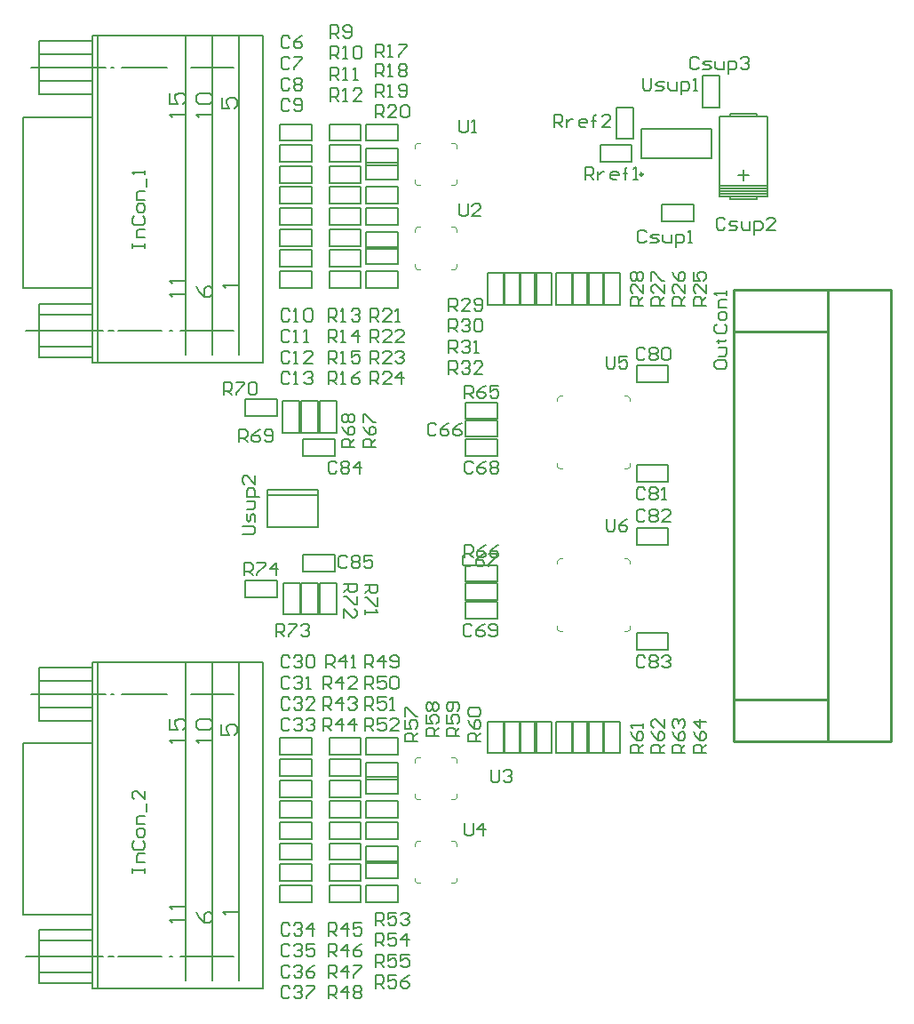
<source format=gto>
%FSAX43Y43*%
%MOMM*%
G71*
G01*
G75*
G04 Layer_Color=65535*
%ADD10C,0.200*%
G04:AMPARAMS|DCode=11|XSize=0.8mm|YSize=1mm|CornerRadius=0.08mm|HoleSize=0mm|Usage=FLASHONLY|Rotation=180.000|XOffset=0mm|YOffset=0mm|HoleType=Round|Shape=RoundedRectangle|*
%AMROUNDEDRECTD11*
21,1,0.800,0.840,0,0,180.0*
21,1,0.640,1.000,0,0,180.0*
1,1,0.160,-0.320,0.420*
1,1,0.160,0.320,0.420*
1,1,0.160,0.320,-0.420*
1,1,0.160,-0.320,-0.420*
%
%ADD11ROUNDEDRECTD11*%
%ADD12R,3.048X3.048*%
G04:AMPARAMS|DCode=13|XSize=0.8mm|YSize=1mm|CornerRadius=0.08mm|HoleSize=0mm|Usage=FLASHONLY|Rotation=270.000|XOffset=0mm|YOffset=0mm|HoleType=Round|Shape=RoundedRectangle|*
%AMROUNDEDRECTD13*
21,1,0.800,0.840,0,0,270.0*
21,1,0.640,1.000,0,0,270.0*
1,1,0.160,-0.420,-0.320*
1,1,0.160,-0.420,0.320*
1,1,0.160,0.420,0.320*
1,1,0.160,0.420,-0.320*
%
%ADD13ROUNDEDRECTD13*%
%ADD14R,3.300X2.400*%
%ADD15R,1.000X2.400*%
%ADD16R,5.500X5.500*%
%ADD17R,0.250X0.750*%
%ADD18O,0.250X0.750*%
%ADD19O,0.750X0.250*%
%ADD20R,2.340X2.340*%
%ADD21R,0.900X0.250*%
%ADD22O,0.900X0.250*%
%ADD23O,0.250X0.900*%
%ADD24O,0.762X1.270*%
%ADD25R,0.762X1.270*%
%ADD26C,0.500*%
%ADD27C,0.400*%
%ADD28C,0.175*%
%ADD29C,1.700*%
%ADD30C,4.000*%
%ADD31C,1.524*%
%ADD32C,3.000*%
%ADD33C,0.700*%
%ADD34C,1.500*%
%ADD35C,1.300*%
%ADD36C,0.600*%
%ADD37C,0.800*%
G04:AMPARAMS|DCode=38|XSize=0.8mm|YSize=1mm|CornerRadius=0.08mm|HoleSize=0mm|Usage=FLASHONLY|Rotation=225.000|XOffset=0mm|YOffset=0mm|HoleType=Round|Shape=RoundedRectangle|*
%AMROUNDEDRECTD38*
21,1,0.800,0.840,0,0,225.0*
21,1,0.640,1.000,0,0,225.0*
1,1,0.160,-0.523,0.071*
1,1,0.160,-0.071,0.523*
1,1,0.160,0.523,-0.071*
1,1,0.160,0.071,-0.523*
%
%ADD38ROUNDEDRECTD38*%
G04:AMPARAMS|DCode=39|XSize=1mm|YSize=2mm|CornerRadius=0.1mm|HoleSize=0mm|Usage=FLASHONLY|Rotation=270.000|XOffset=0mm|YOffset=0mm|HoleType=Round|Shape=RoundedRectangle|*
%AMROUNDEDRECTD39*
21,1,1.000,1.800,0,0,270.0*
21,1,0.800,2.000,0,0,270.0*
1,1,0.200,-0.900,-0.400*
1,1,0.200,-0.900,0.400*
1,1,0.200,0.900,0.400*
1,1,0.200,0.900,-0.400*
%
%ADD39ROUNDEDRECTD39*%
G04:AMPARAMS|DCode=40|XSize=1mm|YSize=2mm|CornerRadius=0.1mm|HoleSize=0mm|Usage=FLASHONLY|Rotation=0.000|XOffset=0mm|YOffset=0mm|HoleType=Round|Shape=RoundedRectangle|*
%AMROUNDEDRECTD40*
21,1,1.000,1.800,0,0,0.0*
21,1,0.800,2.000,0,0,0.0*
1,1,0.200,0.400,-0.900*
1,1,0.200,-0.400,-0.900*
1,1,0.200,-0.400,0.900*
1,1,0.200,0.400,0.900*
%
%ADD40ROUNDEDRECTD40*%
%ADD41C,0.250*%
%ADD42C,0.203*%
%ADD43C,0.100*%
%ADD44C,0.254*%
G54D10*
X0060600Y0082000D02*
Y0083600D01*
Y0082000D02*
X0063600D01*
Y0083600D01*
X0060600D02*
X0063600D01*
X0043200Y0080600D02*
Y0083600D01*
X0044800D01*
Y0080600D02*
Y0083600D01*
X0043200Y0080600D02*
X0044800D01*
X0039600Y0082200D02*
X0042600D01*
X0039600D02*
Y0083800D01*
X0042600D01*
Y0082200D02*
Y0083800D01*
X0046490Y0080600D02*
Y0083600D01*
X0044890Y0080600D02*
X0046490D01*
X0044890D02*
Y0083600D01*
X0046490D01*
X0048290Y0080600D02*
Y0083600D01*
X0046690Y0080600D02*
X0048290D01*
X0046690D02*
Y0083600D01*
X0048290D01*
X0045100Y0084700D02*
X0048100D01*
X0045100D02*
Y0086300D01*
X0048100D01*
Y0084700D02*
Y0086300D01*
X0042600Y0099500D02*
Y0101100D01*
X0039600D02*
X0042600D01*
X0039600Y0099500D02*
Y0101100D01*
Y0099500D02*
X0042600D01*
X0043100Y0100900D02*
X0044700D01*
X0043100Y0097900D02*
Y0100900D01*
Y0097900D02*
X0044700D01*
Y0100900D01*
X0044900Y0097900D02*
X0046500D01*
Y0100900D01*
X0044900D02*
X0046500D01*
X0044900Y0097900D02*
Y0100900D01*
X0046700Y0097900D02*
X0048300D01*
Y0100900D01*
X0046700D02*
X0048300D01*
X0046700Y0097900D02*
Y0100900D01*
X0048100Y0095700D02*
Y0097300D01*
X0045100D02*
X0048100D01*
X0045100Y0095700D02*
Y0097300D01*
Y0095700D02*
X0048100D01*
X0084050Y0124000D02*
Y0126800D01*
X0077350Y0124000D02*
Y0126800D01*
X0084050D01*
X0077350Y0124000D02*
X0084050D01*
X0063600Y0099200D02*
Y0100800D01*
X0060600D02*
X0063600D01*
X0060600Y0099200D02*
Y0100800D01*
Y0099200D02*
X0063600D01*
X0060600Y0083700D02*
X0063600D01*
X0060600D02*
Y0085300D01*
X0063600D01*
Y0083700D02*
Y0085300D01*
X0083200Y0128900D02*
X0084800D01*
Y0131900D01*
X0083200D02*
X0084800D01*
X0083200Y0128900D02*
Y0131900D01*
X0079300Y0118000D02*
X0082300D01*
X0079300D02*
Y0119600D01*
X0082300D01*
Y0118000D02*
Y0119600D01*
X0079900Y0093200D02*
Y0094800D01*
X0076900D02*
X0079900D01*
X0076900Y0093200D02*
Y0094800D01*
Y0093200D02*
X0079900D01*
X0076900Y0087200D02*
X0079900D01*
X0076900D02*
Y0088800D01*
X0079900D01*
Y0087200D02*
Y0088800D01*
Y0077200D02*
Y0078800D01*
X0076900D02*
X0079900D01*
X0076900Y0077200D02*
Y0078800D01*
Y0077200D02*
X0079900D01*
X0060600Y0080200D02*
Y0081800D01*
Y0080200D02*
X0063600D01*
Y0081800D01*
X0060600D02*
X0063600D01*
X0042900Y0127300D02*
X0045900D01*
Y0125700D02*
Y0127300D01*
X0042900Y0125700D02*
X0045900D01*
X0042900D02*
Y0127300D01*
Y0123700D02*
Y0125300D01*
Y0123700D02*
X0045900D01*
Y0125300D01*
X0042900D02*
X0045900D01*
X0042900Y0123300D02*
X0045900D01*
Y0121700D02*
Y0123300D01*
X0042900Y0121700D02*
X0045900D01*
X0042900D02*
Y0123300D01*
Y0119700D02*
Y0121300D01*
Y0119700D02*
X0045900D01*
Y0121300D01*
X0042900D02*
X0045900D01*
X0042900Y0119300D02*
X0045900D01*
Y0117700D02*
Y0119300D01*
X0042900Y0117700D02*
X0045900D01*
X0042900D02*
Y0119300D01*
Y0115700D02*
Y0117300D01*
Y0115700D02*
X0045900D01*
Y0117300D01*
X0042900D02*
X0045900D01*
X0042900Y0115300D02*
X0045900D01*
Y0113700D02*
Y0115300D01*
X0042900Y0113700D02*
X0045900D01*
X0042900D02*
Y0115300D01*
Y0111700D02*
Y0113300D01*
Y0111700D02*
X0045900D01*
Y0113300D01*
X0042900D02*
X0045900D01*
X0042900Y0068800D02*
X0045900D01*
Y0067200D02*
Y0068800D01*
X0042900Y0067200D02*
X0045900D01*
X0042900D02*
Y0068800D01*
Y0065200D02*
Y0066800D01*
Y0065200D02*
X0045900D01*
Y0066800D01*
X0042900D02*
X0045900D01*
X0042900Y0064800D02*
X0045900D01*
Y0063200D02*
Y0064800D01*
X0042900Y0063200D02*
X0045900D01*
X0042900D02*
Y0064800D01*
Y0061200D02*
Y0062800D01*
Y0061200D02*
X0045900D01*
Y0062800D01*
X0042900D02*
X0045900D01*
X0042900Y0060800D02*
X0045900D01*
Y0059200D02*
Y0060800D01*
X0042900Y0059200D02*
X0045900D01*
X0042900D02*
Y0060800D01*
Y0057200D02*
Y0058800D01*
Y0057200D02*
X0045900D01*
Y0058800D01*
X0042900D02*
X0045900D01*
X0042900Y0056800D02*
X0045900D01*
Y0055200D02*
Y0056800D01*
X0042900Y0055200D02*
X0045900D01*
X0042900D02*
Y0056800D01*
Y0053200D02*
Y0054800D01*
Y0053200D02*
X0045900D01*
Y0054800D01*
X0042900D02*
X0045900D01*
X0060600Y0097300D02*
X0063600D01*
Y0095700D02*
Y0097300D01*
X0060600Y0095700D02*
X0063600D01*
X0060600D02*
Y0097300D01*
X0076900Y0102700D02*
X0079900D01*
X0076900D02*
Y0104300D01*
X0079900D01*
Y0102700D02*
Y0104300D01*
X0050600Y0125700D02*
Y0127300D01*
X0047600D02*
X0050600D01*
X0047600Y0125700D02*
Y0127300D01*
Y0125700D02*
X0050600D01*
X0047600Y0123700D02*
X0050600D01*
X0047600D02*
Y0125300D01*
X0050600D01*
Y0123700D02*
Y0125300D01*
Y0121700D02*
Y0123300D01*
X0047600D02*
X0050600D01*
X0047600Y0121700D02*
Y0123300D01*
Y0121700D02*
X0050600D01*
X0047600Y0119700D02*
X0050600D01*
X0047600D02*
Y0121300D01*
X0050600D01*
Y0119700D02*
Y0121300D01*
Y0117700D02*
Y0119300D01*
X0047600D02*
X0050600D01*
X0047600Y0117700D02*
Y0119300D01*
Y0117700D02*
X0050600D01*
X0047600Y0115700D02*
X0050600D01*
X0047600D02*
Y0117300D01*
X0050600D01*
Y0115700D02*
Y0117300D01*
Y0113700D02*
Y0115300D01*
X0047600D02*
X0050600D01*
X0047600Y0113700D02*
Y0115300D01*
Y0113700D02*
X0050600D01*
X0047600Y0111700D02*
X0050600D01*
X0047600D02*
Y0113300D01*
X0050600D01*
Y0111700D02*
Y0113300D01*
X0051100Y0125700D02*
Y0127300D01*
Y0125700D02*
X0054100D01*
Y0127300D01*
X0051100D02*
X0054100D01*
X0051100Y0123400D02*
X0054100D01*
X0051100D02*
Y0125000D01*
X0054100D01*
Y0123400D02*
Y0125000D01*
X0051100Y0122000D02*
Y0123600D01*
Y0122000D02*
X0054100D01*
Y0123600D01*
X0051100D02*
X0054100D01*
X0051100Y0119700D02*
X0054100D01*
X0051100D02*
Y0121300D01*
X0054100D01*
Y0119700D02*
Y0121300D01*
X0051100Y0117700D02*
Y0119300D01*
Y0117700D02*
X0054100D01*
Y0119300D01*
X0051100D02*
X0054100D01*
X0051100Y0115400D02*
X0054100D01*
X0051100D02*
Y0117000D01*
X0054100D01*
Y0115400D02*
Y0117000D01*
X0051100Y0114000D02*
Y0115600D01*
Y0114000D02*
X0054100D01*
Y0115600D01*
X0051100D02*
X0054100D01*
X0051100Y0111700D02*
X0054100D01*
X0051100D02*
Y0113300D01*
X0054100D01*
Y0111700D02*
Y0113300D01*
X0073700Y0113100D02*
X0075300D01*
X0073700Y0110100D02*
Y0113100D01*
Y0110100D02*
X0075300D01*
Y0113100D01*
X0073800Y0110100D02*
Y0113100D01*
X0072200Y0110100D02*
X0073800D01*
X0072200D02*
Y0113100D01*
X0073800D01*
X0070700Y0113100D02*
X0072300D01*
X0070700Y0110100D02*
Y0113100D01*
Y0110100D02*
X0072300D01*
Y0113100D01*
X0070800Y0110100D02*
Y0113100D01*
X0069200Y0110100D02*
X0070800D01*
X0069200D02*
Y0113100D01*
X0070800D01*
X0067200D02*
X0068800D01*
X0067200Y0110100D02*
Y0113100D01*
Y0110100D02*
X0068800D01*
Y0113100D01*
X0067300Y0110100D02*
Y0113100D01*
X0065700Y0110100D02*
X0067300D01*
X0065700D02*
Y0113100D01*
X0067300D01*
X0064200D02*
X0065800D01*
X0064200Y0110100D02*
Y0113100D01*
Y0110100D02*
X0065800D01*
Y0113100D01*
X0064300Y0110100D02*
Y0113100D01*
X0062700Y0110100D02*
X0064300D01*
X0062700D02*
Y0113100D01*
X0064300D01*
X0050600Y0067200D02*
Y0068800D01*
X0047600D02*
X0050600D01*
X0047600Y0067200D02*
Y0068800D01*
Y0067200D02*
X0050600D01*
X0047600Y0065200D02*
X0050600D01*
X0047600D02*
Y0066800D01*
X0050600D01*
Y0065200D02*
Y0066800D01*
Y0063200D02*
Y0064800D01*
X0047600D02*
X0050600D01*
X0047600Y0063200D02*
Y0064800D01*
Y0063200D02*
X0050600D01*
X0047600Y0061200D02*
X0050600D01*
X0047600D02*
Y0062800D01*
X0050600D01*
Y0061200D02*
Y0062800D01*
Y0059200D02*
Y0060800D01*
X0047600D02*
X0050600D01*
X0047600Y0059200D02*
Y0060800D01*
Y0059200D02*
X0050600D01*
X0047600Y0057200D02*
X0050600D01*
X0047600D02*
Y0058800D01*
X0050600D01*
Y0057200D02*
Y0058800D01*
Y0055200D02*
Y0056800D01*
X0047600D02*
X0050600D01*
X0047600Y0055200D02*
Y0056800D01*
Y0055200D02*
X0050600D01*
X0047600Y0053200D02*
X0050600D01*
X0047600D02*
Y0054800D01*
X0050600D01*
Y0053200D02*
Y0054800D01*
X0051100Y0067200D02*
Y0068800D01*
Y0067200D02*
X0054100D01*
Y0068800D01*
X0051100D02*
X0054100D01*
X0051100Y0064900D02*
X0054100D01*
X0051100D02*
Y0066500D01*
X0054100D01*
Y0064900D02*
Y0066500D01*
X0051100Y0063500D02*
Y0065100D01*
Y0063500D02*
X0054100D01*
Y0065100D01*
X0051100D02*
X0054100D01*
X0051100Y0061200D02*
X0054100D01*
X0051100D02*
Y0062800D01*
X0054100D01*
Y0061200D02*
Y0062800D01*
X0051100Y0059200D02*
Y0060800D01*
Y0059200D02*
X0054100D01*
Y0060800D01*
X0051100D02*
X0054100D01*
X0051100Y0056900D02*
X0054100D01*
X0051100D02*
Y0058500D01*
X0054100D01*
Y0056900D02*
Y0058500D01*
X0051100Y0055500D02*
Y0057100D01*
Y0055500D02*
X0054100D01*
Y0057100D01*
X0051100D02*
X0054100D01*
X0051100Y0053200D02*
X0054100D01*
X0051100D02*
Y0054800D01*
X0054100D01*
Y0053200D02*
Y0054800D01*
X0062700Y0067400D02*
X0064300D01*
Y0070400D01*
X0062700D02*
X0064300D01*
X0062700Y0067400D02*
Y0070400D01*
X0064200Y0067400D02*
Y0070400D01*
X0065800D01*
Y0067400D02*
Y0070400D01*
X0064200Y0067400D02*
X0065800D01*
X0065700D02*
X0067300D01*
Y0070400D01*
X0065700D02*
X0067300D01*
X0065700Y0067400D02*
Y0070400D01*
X0067200Y0067400D02*
Y0070400D01*
X0068800D01*
Y0067400D02*
Y0070400D01*
X0067200Y0067400D02*
X0068800D01*
X0069200D02*
X0070800D01*
Y0070400D01*
X0069200D02*
X0070800D01*
X0069200Y0067400D02*
Y0070400D01*
X0070700Y0067400D02*
Y0070400D01*
X0072300D01*
Y0067400D02*
Y0070400D01*
X0070700Y0067400D02*
X0072300D01*
X0072200D02*
X0073800D01*
Y0070400D01*
X0072200D02*
X0073800D01*
X0072200Y0067400D02*
Y0070400D01*
X0073700Y0067400D02*
Y0070400D01*
X0075300D01*
Y0067400D02*
Y0070400D01*
X0073700Y0067400D02*
X0075300D01*
X0060600Y0097500D02*
Y0099100D01*
Y0097500D02*
X0063600D01*
Y0099100D01*
X0060600D02*
X0063600D01*
X0076400Y0123700D02*
Y0125300D01*
X0073400D02*
X0076400D01*
X0073400Y0123700D02*
Y0125300D01*
Y0123700D02*
X0076400D01*
X0075000Y0128900D02*
X0076600D01*
X0075000Y0125900D02*
Y0128900D01*
Y0125900D02*
X0076600D01*
Y0128900D01*
X0061149Y0086149D02*
X0060949Y0086349D01*
X0060549D01*
X0060349Y0086149D01*
Y0085349D01*
X0060549Y0085149D01*
X0060949D01*
X0061149Y0085349D01*
X0062348Y0086349D02*
X0061949Y0086149D01*
X0061549Y0085749D01*
Y0085349D01*
X0061749Y0085149D01*
X0062149D01*
X0062348Y0085349D01*
Y0085549D01*
X0062149Y0085749D01*
X0061549D01*
X0062748Y0086349D02*
X0063548D01*
Y0086149D01*
X0062748Y0085349D01*
Y0085149D01*
X0085300Y0118200D02*
X0085100Y0118400D01*
X0084700D01*
X0084500Y0118200D01*
Y0117400D01*
X0084700Y0117200D01*
X0085100D01*
X0085300Y0117400D01*
X0085700Y0117200D02*
X0086299D01*
X0086499Y0117400D01*
X0086299Y0117600D01*
X0085900D01*
X0085700Y0117800D01*
X0085900Y0118000D01*
X0086499D01*
X0086899D02*
Y0117400D01*
X0087099Y0117200D01*
X0087699D01*
Y0118000D01*
X0088099Y0116800D02*
Y0118000D01*
X0088699D01*
X0088899Y0117800D01*
Y0117400D01*
X0088699Y0117200D01*
X0088099D01*
X0090098D02*
X0089298D01*
X0090098Y0118000D01*
Y0118200D01*
X0089898Y0118400D01*
X0089498D01*
X0089298Y0118200D01*
X0042500Y0078500D02*
Y0079700D01*
X0043100D01*
X0043300Y0079500D01*
Y0079100D01*
X0043100Y0078900D01*
X0042500D01*
X0042900D02*
X0043300Y0078500D01*
X0043700Y0079700D02*
X0044499D01*
Y0079500D01*
X0043700Y0078700D01*
Y0078500D01*
X0044899Y0079500D02*
X0045099Y0079700D01*
X0045499D01*
X0045699Y0079500D01*
Y0079300D01*
X0045499Y0079100D01*
X0045299D01*
X0045499D01*
X0045699Y0078900D01*
Y0078700D01*
X0045499Y0078500D01*
X0045099D01*
X0044899Y0078700D01*
X0039500Y0084300D02*
Y0085500D01*
X0040100D01*
X0040300Y0085300D01*
Y0084900D01*
X0040100Y0084700D01*
X0039500D01*
X0039900D02*
X0040300Y0084300D01*
X0040700Y0085500D02*
X0041499D01*
Y0085300D01*
X0040700Y0084500D01*
Y0084300D01*
X0042499D02*
Y0085500D01*
X0041899Y0084900D01*
X0042699D01*
X0049000Y0083500D02*
X0050200D01*
Y0082900D01*
X0050000Y0082700D01*
X0049600D01*
X0049400Y0082900D01*
Y0083500D01*
Y0083100D02*
X0049000Y0082700D01*
X0050200Y0082300D02*
Y0081501D01*
X0050000D01*
X0049200Y0082300D01*
X0049000D01*
Y0080301D02*
Y0081101D01*
X0049800Y0080301D01*
X0050000D01*
X0050200Y0080501D01*
Y0080901D01*
X0050000Y0081101D01*
X0051000Y0083400D02*
X0052200D01*
Y0082800D01*
X0052000Y0082600D01*
X0051600D01*
X0051400Y0082800D01*
Y0083400D01*
Y0083000D02*
X0051000Y0082600D01*
X0052200Y0082200D02*
Y0081401D01*
X0052000D01*
X0051200Y0082200D01*
X0051000D01*
Y0081001D02*
Y0080601D01*
Y0080801D01*
X0052200D01*
X0052000Y0081001D01*
X0049300Y0086000D02*
X0049100Y0086200D01*
X0048700D01*
X0048500Y0086000D01*
Y0085200D01*
X0048700Y0085000D01*
X0049100D01*
X0049300Y0085200D01*
X0049700Y0086000D02*
X0049900Y0086200D01*
X0050299D01*
X0050499Y0086000D01*
Y0085800D01*
X0050299Y0085600D01*
X0050499Y0085400D01*
Y0085200D01*
X0050299Y0085000D01*
X0049900D01*
X0049700Y0085200D01*
Y0085400D01*
X0049900Y0085600D01*
X0049700Y0085800D01*
Y0086000D01*
X0049900Y0085600D02*
X0050299D01*
X0051699Y0086200D02*
X0050899D01*
Y0085600D01*
X0051299Y0085800D01*
X0051499D01*
X0051699Y0085600D01*
Y0085200D01*
X0051499Y0085000D01*
X0051099D01*
X0050899Y0085200D01*
X0037500Y0101500D02*
Y0102700D01*
X0038100D01*
X0038300Y0102500D01*
Y0102100D01*
X0038100Y0101900D01*
X0037500D01*
X0037900D02*
X0038300Y0101500D01*
X0038700Y0102700D02*
X0039499D01*
Y0102500D01*
X0038700Y0101700D01*
Y0101500D01*
X0039899Y0102500D02*
X0040099Y0102700D01*
X0040499D01*
X0040699Y0102500D01*
Y0101700D01*
X0040499Y0101500D01*
X0040099D01*
X0039899Y0101700D01*
Y0102500D01*
X0039000Y0097000D02*
Y0098200D01*
X0039600D01*
X0039800Y0098000D01*
Y0097600D01*
X0039600Y0097400D01*
X0039000D01*
X0039400D02*
X0039800Y0097000D01*
X0040999Y0098200D02*
X0040599Y0098000D01*
X0040200Y0097600D01*
Y0097200D01*
X0040400Y0097000D01*
X0040799D01*
X0040999Y0097200D01*
Y0097400D01*
X0040799Y0097600D01*
X0040200D01*
X0041399Y0097200D02*
X0041599Y0097000D01*
X0041999D01*
X0042199Y0097200D01*
Y0098000D01*
X0041999Y0098200D01*
X0041599D01*
X0041399Y0098000D01*
Y0097800D01*
X0041599Y0097600D01*
X0042199D01*
X0050000Y0096500D02*
X0048800D01*
Y0097100D01*
X0049000Y0097300D01*
X0049400D01*
X0049600Y0097100D01*
Y0096500D01*
Y0096900D02*
X0050000Y0097300D01*
X0048800Y0098499D02*
X0049000Y0098099D01*
X0049400Y0097700D01*
X0049800D01*
X0050000Y0097900D01*
Y0098299D01*
X0049800Y0098499D01*
X0049600D01*
X0049400Y0098299D01*
Y0097700D01*
X0049000Y0098899D02*
X0048800Y0099099D01*
Y0099499D01*
X0049000Y0099699D01*
X0049200D01*
X0049400Y0099499D01*
X0049600Y0099699D01*
X0049800D01*
X0050000Y0099499D01*
Y0099099D01*
X0049800Y0098899D01*
X0049600D01*
X0049400Y0099099D01*
X0049200Y0098899D01*
X0049000D01*
X0049400Y0099099D02*
Y0099499D01*
X0052000Y0096500D02*
X0050800D01*
Y0097100D01*
X0051000Y0097300D01*
X0051400D01*
X0051600Y0097100D01*
Y0096500D01*
Y0096900D02*
X0052000Y0097300D01*
X0050800Y0098499D02*
X0051000Y0098099D01*
X0051400Y0097700D01*
X0051800D01*
X0052000Y0097900D01*
Y0098299D01*
X0051800Y0098499D01*
X0051600D01*
X0051400Y0098299D01*
Y0097700D01*
X0050800Y0098899D02*
Y0099699D01*
X0051000D01*
X0051800Y0098899D01*
X0052000D01*
X0048300Y0095000D02*
X0048100Y0095200D01*
X0047700D01*
X0047500Y0095000D01*
Y0094200D01*
X0047700Y0094000D01*
X0048100D01*
X0048300Y0094200D01*
X0048700Y0095000D02*
X0048900Y0095200D01*
X0049299D01*
X0049499Y0095000D01*
Y0094800D01*
X0049299Y0094600D01*
X0049499Y0094400D01*
Y0094200D01*
X0049299Y0094000D01*
X0048900D01*
X0048700Y0094200D01*
Y0094400D01*
X0048900Y0094600D01*
X0048700Y0094800D01*
Y0095000D01*
X0048900Y0094600D02*
X0049299D01*
X0050499Y0094000D02*
Y0095200D01*
X0049899Y0094600D01*
X0050699D01*
X0077500Y0131700D02*
Y0130700D01*
X0077700Y0130500D01*
X0078100D01*
X0078300Y0130700D01*
Y0131700D01*
X0078700Y0130500D02*
X0079299D01*
X0079499Y0130700D01*
X0079299Y0130900D01*
X0078900D01*
X0078700Y0131100D01*
X0078900Y0131300D01*
X0079499D01*
X0079899D02*
Y0130700D01*
X0080099Y0130500D01*
X0080699D01*
Y0131300D01*
X0081099Y0130100D02*
Y0131300D01*
X0081699D01*
X0081899Y0131100D01*
Y0130700D01*
X0081699Y0130500D01*
X0081099D01*
X0082298D02*
X0082698D01*
X0082498D01*
Y0131700D01*
X0082298Y0131500D01*
X0074000Y0089700D02*
Y0088700D01*
X0074200Y0088500D01*
X0074600D01*
X0074800Y0088700D01*
Y0089700D01*
X0075999D02*
X0075599Y0089500D01*
X0075200Y0089100D01*
Y0088700D01*
X0075400Y0088500D01*
X0075799D01*
X0075999Y0088700D01*
Y0088900D01*
X0075799Y0089100D01*
X0075200D01*
X0074000Y0105200D02*
Y0104200D01*
X0074200Y0104000D01*
X0074600D01*
X0074800Y0104200D01*
Y0105200D01*
X0075999D02*
X0075200D01*
Y0104600D01*
X0075599Y0104800D01*
X0075799D01*
X0075999Y0104600D01*
Y0104200D01*
X0075799Y0104000D01*
X0075400D01*
X0075200Y0104200D01*
X0060500Y0101200D02*
Y0102400D01*
X0061100D01*
X0061300Y0102200D01*
Y0101800D01*
X0061100Y0101600D01*
X0060500D01*
X0060900D02*
X0061300Y0101200D01*
X0062499Y0102400D02*
X0062099Y0102200D01*
X0061700Y0101800D01*
Y0101400D01*
X0061900Y0101200D01*
X0062299D01*
X0062499Y0101400D01*
Y0101600D01*
X0062299Y0101800D01*
X0061700D01*
X0063699Y0102400D02*
X0062899D01*
Y0101800D01*
X0063299Y0102000D01*
X0063499D01*
X0063699Y0101800D01*
Y0101400D01*
X0063499Y0101200D01*
X0063099D01*
X0062899Y0101400D01*
X0060500Y0086000D02*
Y0087200D01*
X0061100D01*
X0061300Y0087000D01*
Y0086600D01*
X0061100Y0086400D01*
X0060500D01*
X0060900D02*
X0061300Y0086000D01*
X0062499Y0087200D02*
X0062099Y0087000D01*
X0061700Y0086600D01*
Y0086200D01*
X0061900Y0086000D01*
X0062299D01*
X0062499Y0086200D01*
Y0086400D01*
X0062299Y0086600D01*
X0061700D01*
X0063699Y0087200D02*
X0063299Y0087000D01*
X0062899Y0086600D01*
Y0086200D01*
X0063099Y0086000D01*
X0063499D01*
X0063699Y0086200D01*
Y0086400D01*
X0063499Y0086600D01*
X0062899D01*
X0082800Y0133500D02*
X0082600Y0133700D01*
X0082200D01*
X0082000Y0133500D01*
Y0132700D01*
X0082200Y0132500D01*
X0082600D01*
X0082800Y0132700D01*
X0083200Y0132500D02*
X0083799D01*
X0083999Y0132700D01*
X0083799Y0132900D01*
X0083400D01*
X0083200Y0133100D01*
X0083400Y0133300D01*
X0083999D01*
X0084399D02*
Y0132700D01*
X0084599Y0132500D01*
X0085199D01*
Y0133300D01*
X0085599Y0132100D02*
Y0133300D01*
X0086199D01*
X0086399Y0133100D01*
Y0132700D01*
X0086199Y0132500D01*
X0085599D01*
X0086798Y0133500D02*
X0086998Y0133700D01*
X0087398D01*
X0087598Y0133500D01*
Y0133300D01*
X0087398Y0133100D01*
X0087198D01*
X0087398D01*
X0087598Y0132900D01*
Y0132700D01*
X0087398Y0132500D01*
X0086998D01*
X0086798Y0132700D01*
X0077800Y0117000D02*
X0077600Y0117200D01*
X0077200D01*
X0077000Y0117000D01*
Y0116200D01*
X0077200Y0116000D01*
X0077600D01*
X0077800Y0116200D01*
X0078200Y0116000D02*
X0078799D01*
X0078999Y0116200D01*
X0078799Y0116400D01*
X0078400D01*
X0078200Y0116600D01*
X0078400Y0116800D01*
X0078999D01*
X0079399D02*
Y0116200D01*
X0079599Y0116000D01*
X0080199D01*
Y0116800D01*
X0080599Y0115600D02*
Y0116800D01*
X0081199D01*
X0081399Y0116600D01*
Y0116200D01*
X0081199Y0116000D01*
X0080599D01*
X0081798D02*
X0082198D01*
X0081998D01*
Y0117200D01*
X0081798Y0117000D01*
X0077700Y0092500D02*
X0077500Y0092700D01*
X0077100D01*
X0076900Y0092500D01*
Y0091700D01*
X0077100Y0091500D01*
X0077500D01*
X0077700Y0091700D01*
X0078100Y0092500D02*
X0078300Y0092700D01*
X0078699D01*
X0078899Y0092500D01*
Y0092300D01*
X0078699Y0092100D01*
X0078899Y0091900D01*
Y0091700D01*
X0078699Y0091500D01*
X0078300D01*
X0078100Y0091700D01*
Y0091900D01*
X0078300Y0092100D01*
X0078100Y0092300D01*
Y0092500D01*
X0078300Y0092100D02*
X0078699D01*
X0079299Y0091500D02*
X0079699D01*
X0079499D01*
Y0092700D01*
X0079299Y0092500D01*
X0077700Y0090400D02*
X0077500Y0090600D01*
X0077100D01*
X0076900Y0090400D01*
Y0089600D01*
X0077100Y0089400D01*
X0077500D01*
X0077700Y0089600D01*
X0078100Y0090400D02*
X0078300Y0090600D01*
X0078699D01*
X0078899Y0090400D01*
Y0090200D01*
X0078699Y0090000D01*
X0078899Y0089800D01*
Y0089600D01*
X0078699Y0089400D01*
X0078300D01*
X0078100Y0089600D01*
Y0089800D01*
X0078300Y0090000D01*
X0078100Y0090200D01*
Y0090400D01*
X0078300Y0090000D02*
X0078699D01*
X0080099Y0089400D02*
X0079299D01*
X0080099Y0090200D01*
Y0090400D01*
X0079899Y0090600D01*
X0079499D01*
X0079299Y0090400D01*
X0077700Y0076500D02*
X0077500Y0076700D01*
X0077100D01*
X0076900Y0076500D01*
Y0075700D01*
X0077100Y0075500D01*
X0077500D01*
X0077700Y0075700D01*
X0078100Y0076500D02*
X0078300Y0076700D01*
X0078699D01*
X0078899Y0076500D01*
Y0076300D01*
X0078699Y0076100D01*
X0078899Y0075900D01*
Y0075700D01*
X0078699Y0075500D01*
X0078300D01*
X0078100Y0075700D01*
Y0075900D01*
X0078300Y0076100D01*
X0078100Y0076300D01*
Y0076500D01*
X0078300Y0076100D02*
X0078699D01*
X0079299Y0076500D02*
X0079499Y0076700D01*
X0079899D01*
X0080099Y0076500D01*
Y0076300D01*
X0079899Y0076100D01*
X0079699D01*
X0079899D01*
X0080099Y0075900D01*
Y0075700D01*
X0079899Y0075500D01*
X0079499D01*
X0079299Y0075700D01*
X0061200Y0079500D02*
X0061000Y0079700D01*
X0060600D01*
X0060400Y0079500D01*
Y0078700D01*
X0060600Y0078500D01*
X0061000D01*
X0061200Y0078700D01*
X0062399Y0079700D02*
X0061999Y0079500D01*
X0061600Y0079100D01*
Y0078700D01*
X0061800Y0078500D01*
X0062199D01*
X0062399Y0078700D01*
Y0078900D01*
X0062199Y0079100D01*
X0061600D01*
X0062799Y0078700D02*
X0062999Y0078500D01*
X0063399D01*
X0063599Y0078700D01*
Y0079500D01*
X0063399Y0079700D01*
X0062999D01*
X0062799Y0079500D01*
Y0079300D01*
X0062999Y0079100D01*
X0063599D01*
X0060500Y0060700D02*
Y0059700D01*
X0060700Y0059500D01*
X0061100D01*
X0061300Y0059700D01*
Y0060700D01*
X0062299Y0059500D02*
Y0060700D01*
X0061700Y0060100D01*
X0062499D01*
X0063000Y0065800D02*
Y0064800D01*
X0063200Y0064600D01*
X0063600D01*
X0063800Y0064800D01*
Y0065800D01*
X0064200Y0065600D02*
X0064400Y0065800D01*
X0064799D01*
X0064999Y0065600D01*
Y0065400D01*
X0064799Y0065200D01*
X0064599D01*
X0064799D01*
X0064999Y0065000D01*
Y0064800D01*
X0064799Y0064600D01*
X0064400D01*
X0064200Y0064800D01*
X0060000Y0127700D02*
Y0126700D01*
X0060200Y0126500D01*
X0060600D01*
X0060800Y0126700D01*
Y0127700D01*
X0061200Y0126500D02*
X0061599D01*
X0061400D01*
Y0127700D01*
X0061200Y0127500D01*
X0028800Y0115500D02*
Y0115900D01*
Y0115700D01*
X0030000D01*
Y0115500D01*
Y0115900D01*
Y0116500D02*
X0029200D01*
Y0117099D01*
X0029400Y0117299D01*
X0030000D01*
X0029000Y0118499D02*
X0028800Y0118299D01*
Y0117899D01*
X0029000Y0117699D01*
X0029800D01*
X0030000Y0117899D01*
Y0118299D01*
X0029800Y0118499D01*
X0030000Y0119099D02*
Y0119499D01*
X0029800Y0119699D01*
X0029400D01*
X0029200Y0119499D01*
Y0119099D01*
X0029400Y0118899D01*
X0029800D01*
X0030000Y0119099D01*
Y0120099D02*
X0029200D01*
Y0120698D01*
X0029400Y0120898D01*
X0030000D01*
X0030200Y0121298D02*
Y0122098D01*
X0030000Y0122498D02*
Y0122898D01*
Y0122698D01*
X0028800D01*
X0029000Y0122498D01*
X0033895Y0127951D02*
Y0128451D01*
Y0128201D01*
X0032395D01*
X0032645Y0127951D01*
X0032395Y0130201D02*
Y0129201D01*
X0033145D01*
X0032895Y0129701D01*
Y0129951D01*
X0033145Y0130201D01*
X0033645D01*
X0033895Y0129951D01*
Y0129451D01*
X0033645Y0129201D01*
X0036435Y0127951D02*
Y0128451D01*
Y0128201D01*
X0034935D01*
X0035185Y0127951D01*
Y0129201D02*
X0034935Y0129451D01*
Y0129951D01*
X0035185Y0130201D01*
X0036185D01*
X0036435Y0129951D01*
Y0129451D01*
X0036185Y0129201D01*
X0035185D01*
X0037329Y0129759D02*
Y0128759D01*
X0038079D01*
X0037829Y0129259D01*
Y0129509D01*
X0038079Y0129759D01*
X0038579D01*
X0038829Y0129509D01*
Y0129009D01*
X0038579Y0128759D01*
X0033895Y0110839D02*
Y0111339D01*
Y0111089D01*
X0032395D01*
X0032645Y0110839D01*
X0033895Y0112089D02*
Y0112588D01*
Y0112338D01*
X0032395D01*
X0032645Y0112089D01*
X0034935Y0111839D02*
X0035185Y0111339D01*
X0035685Y0110839D01*
X0036185D01*
X0036435Y0111089D01*
Y0111589D01*
X0036185Y0111839D01*
X0035935D01*
X0035685Y0111589D01*
Y0110839D01*
X0038975Y0111658D02*
Y0112158D01*
Y0111908D01*
X0037475D01*
X0037725Y0111658D01*
X0028800Y0056000D02*
Y0056400D01*
Y0056200D01*
X0030000D01*
Y0056000D01*
Y0056400D01*
Y0057000D02*
X0029200D01*
Y0057599D01*
X0029400Y0057799D01*
X0030000D01*
X0029000Y0058999D02*
X0028800Y0058799D01*
Y0058399D01*
X0029000Y0058199D01*
X0029800D01*
X0030000Y0058399D01*
Y0058799D01*
X0029800Y0058999D01*
X0030000Y0059599D02*
Y0059999D01*
X0029800Y0060199D01*
X0029400D01*
X0029200Y0059999D01*
Y0059599D01*
X0029400Y0059399D01*
X0029800D01*
X0030000Y0059599D01*
Y0060599D02*
X0029200D01*
Y0061198D01*
X0029400Y0061398D01*
X0030000D01*
X0030200Y0061798D02*
Y0062598D01*
X0030000Y0063797D02*
Y0062998D01*
X0029200Y0063797D01*
X0029000D01*
X0028800Y0063598D01*
Y0063198D01*
X0029000Y0062998D01*
X0084300Y0104600D02*
Y0104200D01*
X0084500Y0104000D01*
X0085300D01*
X0085500Y0104200D01*
Y0104600D01*
X0085300Y0104800D01*
X0084500D01*
X0084300Y0104600D01*
X0084700Y0105200D02*
X0085300D01*
X0085500Y0105400D01*
Y0105999D01*
X0084700D01*
X0084500Y0106599D02*
X0084700D01*
Y0106399D01*
Y0106799D01*
Y0106599D01*
X0085300D01*
X0085500Y0106799D01*
X0084500Y0108199D02*
X0084300Y0107999D01*
Y0107599D01*
X0084500Y0107399D01*
X0085300D01*
X0085500Y0107599D01*
Y0107999D01*
X0085300Y0108199D01*
X0085500Y0108798D02*
Y0109198D01*
X0085300Y0109398D01*
X0084900D01*
X0084700Y0109198D01*
Y0108798D01*
X0084900Y0108599D01*
X0085300D01*
X0085500Y0108798D01*
Y0109798D02*
X0084700D01*
Y0110398D01*
X0084900Y0110598D01*
X0085500D01*
Y0110998D02*
Y0111398D01*
Y0111198D01*
X0084300D01*
X0084500Y0110998D01*
X0039300Y0088200D02*
X0040300D01*
X0040500Y0088400D01*
Y0088800D01*
X0040300Y0089000D01*
X0039300D01*
X0040500Y0089400D02*
Y0089999D01*
X0040300Y0090199D01*
X0040100Y0089999D01*
Y0089600D01*
X0039900Y0089400D01*
X0039700Y0089600D01*
Y0090199D01*
Y0090599D02*
X0040300D01*
X0040500Y0090799D01*
Y0091399D01*
X0039700D01*
X0040900Y0091799D02*
X0039700D01*
Y0092399D01*
X0039900Y0092599D01*
X0040300D01*
X0040500Y0092399D01*
Y0091799D01*
Y0093798D02*
Y0092998D01*
X0039700Y0093798D01*
X0039500D01*
X0039300Y0093598D01*
Y0093198D01*
X0039500Y0092998D01*
X0060000Y0119700D02*
Y0118700D01*
X0060200Y0118500D01*
X0060600D01*
X0060800Y0118700D01*
Y0119700D01*
X0061999Y0118500D02*
X0061200D01*
X0061999Y0119300D01*
Y0119500D01*
X0061799Y0119700D01*
X0061400D01*
X0061200Y0119500D01*
X0043800Y0135500D02*
X0043600Y0135700D01*
X0043200D01*
X0043000Y0135500D01*
Y0134700D01*
X0043200Y0134500D01*
X0043600D01*
X0043800Y0134700D01*
X0044999Y0135700D02*
X0044599Y0135500D01*
X0044200Y0135100D01*
Y0134700D01*
X0044400Y0134500D01*
X0044799D01*
X0044999Y0134700D01*
Y0134900D01*
X0044799Y0135100D01*
X0044200D01*
X0043800Y0133500D02*
X0043600Y0133700D01*
X0043200D01*
X0043000Y0133500D01*
Y0132700D01*
X0043200Y0132500D01*
X0043600D01*
X0043800Y0132700D01*
X0044200Y0133700D02*
X0044999D01*
Y0133500D01*
X0044200Y0132700D01*
Y0132500D01*
X0043800Y0131500D02*
X0043600Y0131700D01*
X0043200D01*
X0043000Y0131500D01*
Y0130700D01*
X0043200Y0130500D01*
X0043600D01*
X0043800Y0130700D01*
X0044200Y0131500D02*
X0044400Y0131700D01*
X0044799D01*
X0044999Y0131500D01*
Y0131300D01*
X0044799Y0131100D01*
X0044999Y0130900D01*
Y0130700D01*
X0044799Y0130500D01*
X0044400D01*
X0044200Y0130700D01*
Y0130900D01*
X0044400Y0131100D01*
X0044200Y0131300D01*
Y0131500D01*
X0044400Y0131100D02*
X0044799D01*
X0043800Y0129500D02*
X0043600Y0129700D01*
X0043200D01*
X0043000Y0129500D01*
Y0128700D01*
X0043200Y0128500D01*
X0043600D01*
X0043800Y0128700D01*
X0044200D02*
X0044400Y0128500D01*
X0044799D01*
X0044999Y0128700D01*
Y0129500D01*
X0044799Y0129700D01*
X0044400D01*
X0044200Y0129500D01*
Y0129300D01*
X0044400Y0129100D01*
X0044999D01*
X0043800Y0109500D02*
X0043600Y0109700D01*
X0043200D01*
X0043000Y0109500D01*
Y0108700D01*
X0043200Y0108500D01*
X0043600D01*
X0043800Y0108700D01*
X0044200Y0108500D02*
X0044599D01*
X0044400D01*
Y0109700D01*
X0044200Y0109500D01*
X0045199D02*
X0045399Y0109700D01*
X0045799D01*
X0045999Y0109500D01*
Y0108700D01*
X0045799Y0108500D01*
X0045399D01*
X0045199Y0108700D01*
Y0109500D01*
X0043800Y0107500D02*
X0043600Y0107700D01*
X0043200D01*
X0043000Y0107500D01*
Y0106700D01*
X0043200Y0106500D01*
X0043600D01*
X0043800Y0106700D01*
X0044200Y0106500D02*
X0044599D01*
X0044400D01*
Y0107700D01*
X0044200Y0107500D01*
X0045199Y0106500D02*
X0045599D01*
X0045399D01*
Y0107700D01*
X0045199Y0107500D01*
X0043800Y0105500D02*
X0043600Y0105700D01*
X0043200D01*
X0043000Y0105500D01*
Y0104700D01*
X0043200Y0104500D01*
X0043600D01*
X0043800Y0104700D01*
X0044200Y0104500D02*
X0044599D01*
X0044400D01*
Y0105700D01*
X0044200Y0105500D01*
X0045999Y0104500D02*
X0045199D01*
X0045999Y0105300D01*
Y0105500D01*
X0045799Y0105700D01*
X0045399D01*
X0045199Y0105500D01*
X0043800Y0103500D02*
X0043600Y0103700D01*
X0043200D01*
X0043000Y0103500D01*
Y0102700D01*
X0043200Y0102500D01*
X0043600D01*
X0043800Y0102700D01*
X0044200Y0102500D02*
X0044599D01*
X0044400D01*
Y0103700D01*
X0044200Y0103500D01*
X0045199D02*
X0045399Y0103700D01*
X0045799D01*
X0045999Y0103500D01*
Y0103300D01*
X0045799Y0103100D01*
X0045599D01*
X0045799D01*
X0045999Y0102900D01*
Y0102700D01*
X0045799Y0102500D01*
X0045399D01*
X0045199Y0102700D01*
X0043800Y0076500D02*
X0043600Y0076700D01*
X0043200D01*
X0043000Y0076500D01*
Y0075700D01*
X0043200Y0075500D01*
X0043600D01*
X0043800Y0075700D01*
X0044200Y0076500D02*
X0044400Y0076700D01*
X0044799D01*
X0044999Y0076500D01*
Y0076300D01*
X0044799Y0076100D01*
X0044599D01*
X0044799D01*
X0044999Y0075900D01*
Y0075700D01*
X0044799Y0075500D01*
X0044400D01*
X0044200Y0075700D01*
X0045399Y0076500D02*
X0045599Y0076700D01*
X0045999D01*
X0046199Y0076500D01*
Y0075700D01*
X0045999Y0075500D01*
X0045599D01*
X0045399Y0075700D01*
Y0076500D01*
X0043800Y0074500D02*
X0043600Y0074700D01*
X0043200D01*
X0043000Y0074500D01*
Y0073700D01*
X0043200Y0073500D01*
X0043600D01*
X0043800Y0073700D01*
X0044200Y0074500D02*
X0044400Y0074700D01*
X0044799D01*
X0044999Y0074500D01*
Y0074300D01*
X0044799Y0074100D01*
X0044599D01*
X0044799D01*
X0044999Y0073900D01*
Y0073700D01*
X0044799Y0073500D01*
X0044400D01*
X0044200Y0073700D01*
X0045399Y0073500D02*
X0045799D01*
X0045599D01*
Y0074700D01*
X0045399Y0074500D01*
X0043800Y0072500D02*
X0043600Y0072700D01*
X0043200D01*
X0043000Y0072500D01*
Y0071700D01*
X0043200Y0071500D01*
X0043600D01*
X0043800Y0071700D01*
X0044200Y0072500D02*
X0044400Y0072700D01*
X0044799D01*
X0044999Y0072500D01*
Y0072300D01*
X0044799Y0072100D01*
X0044599D01*
X0044799D01*
X0044999Y0071900D01*
Y0071700D01*
X0044799Y0071500D01*
X0044400D01*
X0044200Y0071700D01*
X0046199Y0071500D02*
X0045399D01*
X0046199Y0072300D01*
Y0072500D01*
X0045999Y0072700D01*
X0045599D01*
X0045399Y0072500D01*
X0043800Y0070500D02*
X0043600Y0070700D01*
X0043200D01*
X0043000Y0070500D01*
Y0069700D01*
X0043200Y0069500D01*
X0043600D01*
X0043800Y0069700D01*
X0044200Y0070500D02*
X0044400Y0070700D01*
X0044799D01*
X0044999Y0070500D01*
Y0070300D01*
X0044799Y0070100D01*
X0044599D01*
X0044799D01*
X0044999Y0069900D01*
Y0069700D01*
X0044799Y0069500D01*
X0044400D01*
X0044200Y0069700D01*
X0045399Y0070500D02*
X0045599Y0070700D01*
X0045999D01*
X0046199Y0070500D01*
Y0070300D01*
X0045999Y0070100D01*
X0045799D01*
X0045999D01*
X0046199Y0069900D01*
Y0069700D01*
X0045999Y0069500D01*
X0045599D01*
X0045399Y0069700D01*
X0043800Y0051000D02*
X0043600Y0051200D01*
X0043200D01*
X0043000Y0051000D01*
Y0050200D01*
X0043200Y0050000D01*
X0043600D01*
X0043800Y0050200D01*
X0044200Y0051000D02*
X0044400Y0051200D01*
X0044799D01*
X0044999Y0051000D01*
Y0050800D01*
X0044799Y0050600D01*
X0044599D01*
X0044799D01*
X0044999Y0050400D01*
Y0050200D01*
X0044799Y0050000D01*
X0044400D01*
X0044200Y0050200D01*
X0045999Y0050000D02*
Y0051200D01*
X0045399Y0050600D01*
X0046199D01*
X0043800Y0049000D02*
X0043600Y0049200D01*
X0043200D01*
X0043000Y0049000D01*
Y0048200D01*
X0043200Y0048000D01*
X0043600D01*
X0043800Y0048200D01*
X0044200Y0049000D02*
X0044400Y0049200D01*
X0044799D01*
X0044999Y0049000D01*
Y0048800D01*
X0044799Y0048600D01*
X0044599D01*
X0044799D01*
X0044999Y0048400D01*
Y0048200D01*
X0044799Y0048000D01*
X0044400D01*
X0044200Y0048200D01*
X0046199Y0049200D02*
X0045399D01*
Y0048600D01*
X0045799Y0048800D01*
X0045999D01*
X0046199Y0048600D01*
Y0048200D01*
X0045999Y0048000D01*
X0045599D01*
X0045399Y0048200D01*
X0043800Y0047000D02*
X0043600Y0047200D01*
X0043200D01*
X0043000Y0047000D01*
Y0046200D01*
X0043200Y0046000D01*
X0043600D01*
X0043800Y0046200D01*
X0044200Y0047000D02*
X0044400Y0047200D01*
X0044799D01*
X0044999Y0047000D01*
Y0046800D01*
X0044799Y0046600D01*
X0044599D01*
X0044799D01*
X0044999Y0046400D01*
Y0046200D01*
X0044799Y0046000D01*
X0044400D01*
X0044200Y0046200D01*
X0046199Y0047200D02*
X0045799Y0047000D01*
X0045399Y0046600D01*
Y0046200D01*
X0045599Y0046000D01*
X0045999D01*
X0046199Y0046200D01*
Y0046400D01*
X0045999Y0046600D01*
X0045399D01*
X0043800Y0045000D02*
X0043600Y0045200D01*
X0043200D01*
X0043000Y0045000D01*
Y0044200D01*
X0043200Y0044000D01*
X0043600D01*
X0043800Y0044200D01*
X0044200Y0045000D02*
X0044400Y0045200D01*
X0044799D01*
X0044999Y0045000D01*
Y0044800D01*
X0044799Y0044600D01*
X0044599D01*
X0044799D01*
X0044999Y0044400D01*
Y0044200D01*
X0044799Y0044000D01*
X0044400D01*
X0044200Y0044200D01*
X0045399Y0045200D02*
X0046199D01*
Y0045000D01*
X0045399Y0044200D01*
Y0044000D01*
X0061300Y0095000D02*
X0061100Y0095200D01*
X0060700D01*
X0060500Y0095000D01*
Y0094200D01*
X0060700Y0094000D01*
X0061100D01*
X0061300Y0094200D01*
X0062499Y0095200D02*
X0062099Y0095000D01*
X0061700Y0094600D01*
Y0094200D01*
X0061900Y0094000D01*
X0062299D01*
X0062499Y0094200D01*
Y0094400D01*
X0062299Y0094600D01*
X0061700D01*
X0062899Y0095000D02*
X0063099Y0095200D01*
X0063499D01*
X0063699Y0095000D01*
Y0094800D01*
X0063499Y0094600D01*
X0063699Y0094400D01*
Y0094200D01*
X0063499Y0094000D01*
X0063099D01*
X0062899Y0094200D01*
Y0094400D01*
X0063099Y0094600D01*
X0062899Y0094800D01*
Y0095000D01*
X0063099Y0094600D02*
X0063499D01*
X0077700Y0105800D02*
X0077500Y0106000D01*
X0077100D01*
X0076900Y0105800D01*
Y0105000D01*
X0077100Y0104800D01*
X0077500D01*
X0077700Y0105000D01*
X0078100Y0105800D02*
X0078300Y0106000D01*
X0078699D01*
X0078899Y0105800D01*
Y0105600D01*
X0078699Y0105400D01*
X0078899Y0105200D01*
Y0105000D01*
X0078699Y0104800D01*
X0078300D01*
X0078100Y0105000D01*
Y0105200D01*
X0078300Y0105400D01*
X0078100Y0105600D01*
Y0105800D01*
X0078300Y0105400D02*
X0078699D01*
X0079299Y0105800D02*
X0079499Y0106000D01*
X0079899D01*
X0080099Y0105800D01*
Y0105000D01*
X0079899Y0104800D01*
X0079499D01*
X0079299Y0105000D01*
Y0105800D01*
X0047700Y0135500D02*
Y0136700D01*
X0048300D01*
X0048500Y0136500D01*
Y0136100D01*
X0048300Y0135900D01*
X0047700D01*
X0048100D02*
X0048500Y0135500D01*
X0048900Y0135700D02*
X0049100Y0135500D01*
X0049499D01*
X0049699Y0135700D01*
Y0136500D01*
X0049499Y0136700D01*
X0049100D01*
X0048900Y0136500D01*
Y0136300D01*
X0049100Y0136100D01*
X0049699D01*
X0047700Y0133500D02*
Y0134700D01*
X0048300D01*
X0048500Y0134500D01*
Y0134100D01*
X0048300Y0133900D01*
X0047700D01*
X0048100D02*
X0048500Y0133500D01*
X0048900D02*
X0049299D01*
X0049100D01*
Y0134700D01*
X0048900Y0134500D01*
X0049899D02*
X0050099Y0134700D01*
X0050499D01*
X0050699Y0134500D01*
Y0133700D01*
X0050499Y0133500D01*
X0050099D01*
X0049899Y0133700D01*
Y0134500D01*
X0047700Y0131500D02*
Y0132700D01*
X0048300D01*
X0048500Y0132500D01*
Y0132100D01*
X0048300Y0131900D01*
X0047700D01*
X0048100D02*
X0048500Y0131500D01*
X0048900D02*
X0049299D01*
X0049100D01*
Y0132700D01*
X0048900Y0132500D01*
X0049899Y0131500D02*
X0050299D01*
X0050099D01*
Y0132700D01*
X0049899Y0132500D01*
X0047700Y0129500D02*
Y0130700D01*
X0048300D01*
X0048500Y0130500D01*
Y0130100D01*
X0048300Y0129900D01*
X0047700D01*
X0048100D02*
X0048500Y0129500D01*
X0048900D02*
X0049299D01*
X0049100D01*
Y0130700D01*
X0048900Y0130500D01*
X0050699Y0129500D02*
X0049899D01*
X0050699Y0130300D01*
Y0130500D01*
X0050499Y0130700D01*
X0050099D01*
X0049899Y0130500D01*
X0047500Y0108500D02*
Y0109700D01*
X0048100D01*
X0048300Y0109500D01*
Y0109100D01*
X0048100Y0108900D01*
X0047500D01*
X0047900D02*
X0048300Y0108500D01*
X0048700D02*
X0049099D01*
X0048900D01*
Y0109700D01*
X0048700Y0109500D01*
X0049699D02*
X0049899Y0109700D01*
X0050299D01*
X0050499Y0109500D01*
Y0109300D01*
X0050299Y0109100D01*
X0050099D01*
X0050299D01*
X0050499Y0108900D01*
Y0108700D01*
X0050299Y0108500D01*
X0049899D01*
X0049699Y0108700D01*
X0047500Y0106500D02*
Y0107700D01*
X0048100D01*
X0048300Y0107500D01*
Y0107100D01*
X0048100Y0106900D01*
X0047500D01*
X0047900D02*
X0048300Y0106500D01*
X0048700D02*
X0049099D01*
X0048900D01*
Y0107700D01*
X0048700Y0107500D01*
X0050299Y0106500D02*
Y0107700D01*
X0049699Y0107100D01*
X0050499D01*
X0047500Y0104500D02*
Y0105700D01*
X0048100D01*
X0048300Y0105500D01*
Y0105100D01*
X0048100Y0104900D01*
X0047500D01*
X0047900D02*
X0048300Y0104500D01*
X0048700D02*
X0049099D01*
X0048900D01*
Y0105700D01*
X0048700Y0105500D01*
X0050499Y0105700D02*
X0049699D01*
Y0105100D01*
X0050099Y0105300D01*
X0050299D01*
X0050499Y0105100D01*
Y0104700D01*
X0050299Y0104500D01*
X0049899D01*
X0049699Y0104700D01*
X0047500Y0102500D02*
Y0103700D01*
X0048100D01*
X0048300Y0103500D01*
Y0103100D01*
X0048100Y0102900D01*
X0047500D01*
X0047900D02*
X0048300Y0102500D01*
X0048700D02*
X0049099D01*
X0048900D01*
Y0103700D01*
X0048700Y0103500D01*
X0050499Y0103700D02*
X0050099Y0103500D01*
X0049699Y0103100D01*
Y0102700D01*
X0049899Y0102500D01*
X0050299D01*
X0050499Y0102700D01*
Y0102900D01*
X0050299Y0103100D01*
X0049699D01*
X0052000Y0133700D02*
Y0134900D01*
X0052600D01*
X0052800Y0134700D01*
Y0134300D01*
X0052600Y0134100D01*
X0052000D01*
X0052400D02*
X0052800Y0133700D01*
X0053200D02*
X0053599D01*
X0053400D01*
Y0134900D01*
X0053200Y0134700D01*
X0054199Y0134900D02*
X0054999D01*
Y0134700D01*
X0054199Y0133900D01*
Y0133700D01*
X0052000Y0131800D02*
Y0133000D01*
X0052600D01*
X0052800Y0132800D01*
Y0132400D01*
X0052600Y0132200D01*
X0052000D01*
X0052400D02*
X0052800Y0131800D01*
X0053200D02*
X0053599D01*
X0053400D01*
Y0133000D01*
X0053200Y0132800D01*
X0054199D02*
X0054399Y0133000D01*
X0054799D01*
X0054999Y0132800D01*
Y0132600D01*
X0054799Y0132400D01*
X0054999Y0132200D01*
Y0132000D01*
X0054799Y0131800D01*
X0054399D01*
X0054199Y0132000D01*
Y0132200D01*
X0054399Y0132400D01*
X0054199Y0132600D01*
Y0132800D01*
X0054399Y0132400D02*
X0054799D01*
X0052000Y0129900D02*
Y0131100D01*
X0052600D01*
X0052800Y0130900D01*
Y0130500D01*
X0052600Y0130300D01*
X0052000D01*
X0052400D02*
X0052800Y0129900D01*
X0053200D02*
X0053599D01*
X0053400D01*
Y0131100D01*
X0053200Y0130900D01*
X0054199Y0130100D02*
X0054399Y0129900D01*
X0054799D01*
X0054999Y0130100D01*
Y0130900D01*
X0054799Y0131100D01*
X0054399D01*
X0054199Y0130900D01*
Y0130700D01*
X0054399Y0130500D01*
X0054999D01*
X0052000Y0127900D02*
Y0129100D01*
X0052600D01*
X0052800Y0128900D01*
Y0128500D01*
X0052600Y0128300D01*
X0052000D01*
X0052400D02*
X0052800Y0127900D01*
X0053999D02*
X0053200D01*
X0053999Y0128700D01*
Y0128900D01*
X0053799Y0129100D01*
X0053400D01*
X0053200Y0128900D01*
X0054399D02*
X0054599Y0129100D01*
X0054999D01*
X0055199Y0128900D01*
Y0128100D01*
X0054999Y0127900D01*
X0054599D01*
X0054399Y0128100D01*
Y0128900D01*
X0051500Y0108500D02*
Y0109700D01*
X0052100D01*
X0052300Y0109500D01*
Y0109100D01*
X0052100Y0108900D01*
X0051500D01*
X0051900D02*
X0052300Y0108500D01*
X0053499D02*
X0052700D01*
X0053499Y0109300D01*
Y0109500D01*
X0053299Y0109700D01*
X0052900D01*
X0052700Y0109500D01*
X0053899Y0108500D02*
X0054299D01*
X0054099D01*
Y0109700D01*
X0053899Y0109500D01*
X0051500Y0106500D02*
Y0107700D01*
X0052100D01*
X0052300Y0107500D01*
Y0107100D01*
X0052100Y0106900D01*
X0051500D01*
X0051900D02*
X0052300Y0106500D01*
X0053499D02*
X0052700D01*
X0053499Y0107300D01*
Y0107500D01*
X0053299Y0107700D01*
X0052900D01*
X0052700Y0107500D01*
X0054699Y0106500D02*
X0053899D01*
X0054699Y0107300D01*
Y0107500D01*
X0054499Y0107700D01*
X0054099D01*
X0053899Y0107500D01*
X0051500Y0104500D02*
Y0105700D01*
X0052100D01*
X0052300Y0105500D01*
Y0105100D01*
X0052100Y0104900D01*
X0051500D01*
X0051900D02*
X0052300Y0104500D01*
X0053499D02*
X0052700D01*
X0053499Y0105300D01*
Y0105500D01*
X0053299Y0105700D01*
X0052900D01*
X0052700Y0105500D01*
X0053899D02*
X0054099Y0105700D01*
X0054499D01*
X0054699Y0105500D01*
Y0105300D01*
X0054499Y0105100D01*
X0054299D01*
X0054499D01*
X0054699Y0104900D01*
Y0104700D01*
X0054499Y0104500D01*
X0054099D01*
X0053899Y0104700D01*
X0051500Y0102500D02*
Y0103700D01*
X0052100D01*
X0052300Y0103500D01*
Y0103100D01*
X0052100Y0102900D01*
X0051500D01*
X0051900D02*
X0052300Y0102500D01*
X0053499D02*
X0052700D01*
X0053499Y0103300D01*
Y0103500D01*
X0053299Y0103700D01*
X0052900D01*
X0052700Y0103500D01*
X0054499Y0102500D02*
Y0103700D01*
X0053899Y0103100D01*
X0054699D01*
X0083500Y0110000D02*
X0082300D01*
Y0110600D01*
X0082500Y0110800D01*
X0082900D01*
X0083100Y0110600D01*
Y0110000D01*
Y0110400D02*
X0083500Y0110800D01*
Y0111999D02*
Y0111200D01*
X0082700Y0111999D01*
X0082500D01*
X0082300Y0111799D01*
Y0111400D01*
X0082500Y0111200D01*
X0082300Y0113199D02*
Y0112399D01*
X0082900D01*
X0082700Y0112799D01*
Y0112999D01*
X0082900Y0113199D01*
X0083300D01*
X0083500Y0112999D01*
Y0112599D01*
X0083300Y0112399D01*
X0081500Y0110000D02*
X0080300D01*
Y0110600D01*
X0080500Y0110800D01*
X0080900D01*
X0081100Y0110600D01*
Y0110000D01*
Y0110400D02*
X0081500Y0110800D01*
Y0111999D02*
Y0111200D01*
X0080700Y0111999D01*
X0080500D01*
X0080300Y0111799D01*
Y0111400D01*
X0080500Y0111200D01*
X0080300Y0113199D02*
X0080500Y0112799D01*
X0080900Y0112399D01*
X0081300D01*
X0081500Y0112599D01*
Y0112999D01*
X0081300Y0113199D01*
X0081100D01*
X0080900Y0112999D01*
Y0112399D01*
X0079500Y0110000D02*
X0078300D01*
Y0110600D01*
X0078500Y0110800D01*
X0078900D01*
X0079100Y0110600D01*
Y0110000D01*
Y0110400D02*
X0079500Y0110800D01*
Y0111999D02*
Y0111200D01*
X0078700Y0111999D01*
X0078500D01*
X0078300Y0111799D01*
Y0111400D01*
X0078500Y0111200D01*
X0078300Y0112399D02*
Y0113199D01*
X0078500D01*
X0079300Y0112399D01*
X0079500D01*
X0077500Y0110000D02*
X0076300D01*
Y0110600D01*
X0076500Y0110800D01*
X0076900D01*
X0077100Y0110600D01*
Y0110000D01*
Y0110400D02*
X0077500Y0110800D01*
Y0111999D02*
Y0111200D01*
X0076700Y0111999D01*
X0076500D01*
X0076300Y0111799D01*
Y0111400D01*
X0076500Y0111200D01*
Y0112399D02*
X0076300Y0112599D01*
Y0112999D01*
X0076500Y0113199D01*
X0076700D01*
X0076900Y0112999D01*
X0077100Y0113199D01*
X0077300D01*
X0077500Y0112999D01*
Y0112599D01*
X0077300Y0112399D01*
X0077100D01*
X0076900Y0112599D01*
X0076700Y0112399D01*
X0076500D01*
X0076900Y0112599D02*
Y0112999D01*
X0059000Y0109500D02*
Y0110700D01*
X0059600D01*
X0059800Y0110500D01*
Y0110100D01*
X0059600Y0109900D01*
X0059000D01*
X0059400D02*
X0059800Y0109500D01*
X0060999D02*
X0060200D01*
X0060999Y0110300D01*
Y0110500D01*
X0060799Y0110700D01*
X0060400D01*
X0060200Y0110500D01*
X0061399Y0109700D02*
X0061599Y0109500D01*
X0061999D01*
X0062199Y0109700D01*
Y0110500D01*
X0061999Y0110700D01*
X0061599D01*
X0061399Y0110500D01*
Y0110300D01*
X0061599Y0110100D01*
X0062199D01*
X0059000Y0107500D02*
Y0108700D01*
X0059600D01*
X0059800Y0108500D01*
Y0108100D01*
X0059600Y0107900D01*
X0059000D01*
X0059400D02*
X0059800Y0107500D01*
X0060200Y0108500D02*
X0060400Y0108700D01*
X0060799D01*
X0060999Y0108500D01*
Y0108300D01*
X0060799Y0108100D01*
X0060599D01*
X0060799D01*
X0060999Y0107900D01*
Y0107700D01*
X0060799Y0107500D01*
X0060400D01*
X0060200Y0107700D01*
X0061399Y0108500D02*
X0061599Y0108700D01*
X0061999D01*
X0062199Y0108500D01*
Y0107700D01*
X0061999Y0107500D01*
X0061599D01*
X0061399Y0107700D01*
Y0108500D01*
X0059000Y0105500D02*
Y0106700D01*
X0059600D01*
X0059800Y0106500D01*
Y0106100D01*
X0059600Y0105900D01*
X0059000D01*
X0059400D02*
X0059800Y0105500D01*
X0060200Y0106500D02*
X0060400Y0106700D01*
X0060799D01*
X0060999Y0106500D01*
Y0106300D01*
X0060799Y0106100D01*
X0060599D01*
X0060799D01*
X0060999Y0105900D01*
Y0105700D01*
X0060799Y0105500D01*
X0060400D01*
X0060200Y0105700D01*
X0061399Y0105500D02*
X0061799D01*
X0061599D01*
Y0106700D01*
X0061399Y0106500D01*
X0059000Y0103500D02*
Y0104700D01*
X0059600D01*
X0059800Y0104500D01*
Y0104100D01*
X0059600Y0103900D01*
X0059000D01*
X0059400D02*
X0059800Y0103500D01*
X0060200Y0104500D02*
X0060400Y0104700D01*
X0060799D01*
X0060999Y0104500D01*
Y0104300D01*
X0060799Y0104100D01*
X0060599D01*
X0060799D01*
X0060999Y0103900D01*
Y0103700D01*
X0060799Y0103500D01*
X0060400D01*
X0060200Y0103700D01*
X0062199Y0103500D02*
X0061399D01*
X0062199Y0104300D01*
Y0104500D01*
X0061999Y0104700D01*
X0061599D01*
X0061399Y0104500D01*
X0047300Y0075500D02*
Y0076700D01*
X0047900D01*
X0048100Y0076500D01*
Y0076100D01*
X0047900Y0075900D01*
X0047300D01*
X0047700D02*
X0048100Y0075500D01*
X0049099D02*
Y0076700D01*
X0048500Y0076100D01*
X0049299D01*
X0049699Y0075500D02*
X0050099D01*
X0049899D01*
Y0076700D01*
X0049699Y0076500D01*
X0047000Y0073500D02*
Y0074700D01*
X0047600D01*
X0047800Y0074500D01*
Y0074100D01*
X0047600Y0073900D01*
X0047000D01*
X0047400D02*
X0047800Y0073500D01*
X0048799D02*
Y0074700D01*
X0048200Y0074100D01*
X0048999D01*
X0050199Y0073500D02*
X0049399D01*
X0050199Y0074300D01*
Y0074500D01*
X0049999Y0074700D01*
X0049599D01*
X0049399Y0074500D01*
X0047000Y0071500D02*
Y0072700D01*
X0047600D01*
X0047800Y0072500D01*
Y0072100D01*
X0047600Y0071900D01*
X0047000D01*
X0047400D02*
X0047800Y0071500D01*
X0048799D02*
Y0072700D01*
X0048200Y0072100D01*
X0048999D01*
X0049399Y0072500D02*
X0049599Y0072700D01*
X0049999D01*
X0050199Y0072500D01*
Y0072300D01*
X0049999Y0072100D01*
X0049799D01*
X0049999D01*
X0050199Y0071900D01*
Y0071700D01*
X0049999Y0071500D01*
X0049599D01*
X0049399Y0071700D01*
X0047000Y0069500D02*
Y0070700D01*
X0047600D01*
X0047800Y0070500D01*
Y0070100D01*
X0047600Y0069900D01*
X0047000D01*
X0047400D02*
X0047800Y0069500D01*
X0048799D02*
Y0070700D01*
X0048200Y0070100D01*
X0048999D01*
X0049999Y0069500D02*
Y0070700D01*
X0049399Y0070100D01*
X0050199D01*
X0047500Y0050000D02*
Y0051200D01*
X0048100D01*
X0048300Y0051000D01*
Y0050600D01*
X0048100Y0050400D01*
X0047500D01*
X0047900D02*
X0048300Y0050000D01*
X0049299D02*
Y0051200D01*
X0048700Y0050600D01*
X0049499D01*
X0050699Y0051200D02*
X0049899D01*
Y0050600D01*
X0050299Y0050800D01*
X0050499D01*
X0050699Y0050600D01*
Y0050200D01*
X0050499Y0050000D01*
X0050099D01*
X0049899Y0050200D01*
X0047500Y0048000D02*
Y0049200D01*
X0048100D01*
X0048300Y0049000D01*
Y0048600D01*
X0048100Y0048400D01*
X0047500D01*
X0047900D02*
X0048300Y0048000D01*
X0049299D02*
Y0049200D01*
X0048700Y0048600D01*
X0049499D01*
X0050699Y0049200D02*
X0050299Y0049000D01*
X0049899Y0048600D01*
Y0048200D01*
X0050099Y0048000D01*
X0050499D01*
X0050699Y0048200D01*
Y0048400D01*
X0050499Y0048600D01*
X0049899D01*
X0047500Y0046000D02*
Y0047200D01*
X0048100D01*
X0048300Y0047000D01*
Y0046600D01*
X0048100Y0046400D01*
X0047500D01*
X0047900D02*
X0048300Y0046000D01*
X0049299D02*
Y0047200D01*
X0048700Y0046600D01*
X0049499D01*
X0049899Y0047200D02*
X0050699D01*
Y0047000D01*
X0049899Y0046200D01*
Y0046000D01*
X0047500Y0044000D02*
Y0045200D01*
X0048100D01*
X0048300Y0045000D01*
Y0044600D01*
X0048100Y0044400D01*
X0047500D01*
X0047900D02*
X0048300Y0044000D01*
X0049299D02*
Y0045200D01*
X0048700Y0044600D01*
X0049499D01*
X0049899Y0045000D02*
X0050099Y0045200D01*
X0050499D01*
X0050699Y0045000D01*
Y0044800D01*
X0050499Y0044600D01*
X0050699Y0044400D01*
Y0044200D01*
X0050499Y0044000D01*
X0050099D01*
X0049899Y0044200D01*
Y0044400D01*
X0050099Y0044600D01*
X0049899Y0044800D01*
Y0045000D01*
X0050099Y0044600D02*
X0050499D01*
X0051000Y0075500D02*
Y0076700D01*
X0051600D01*
X0051800Y0076500D01*
Y0076100D01*
X0051600Y0075900D01*
X0051000D01*
X0051400D02*
X0051800Y0075500D01*
X0052799D02*
Y0076700D01*
X0052200Y0076100D01*
X0052999D01*
X0053399Y0075700D02*
X0053599Y0075500D01*
X0053999D01*
X0054199Y0075700D01*
Y0076500D01*
X0053999Y0076700D01*
X0053599D01*
X0053399Y0076500D01*
Y0076300D01*
X0053599Y0076100D01*
X0054199D01*
X0051000Y0073500D02*
Y0074700D01*
X0051600D01*
X0051800Y0074500D01*
Y0074100D01*
X0051600Y0073900D01*
X0051000D01*
X0051400D02*
X0051800Y0073500D01*
X0052999Y0074700D02*
X0052200D01*
Y0074100D01*
X0052599Y0074300D01*
X0052799D01*
X0052999Y0074100D01*
Y0073700D01*
X0052799Y0073500D01*
X0052400D01*
X0052200Y0073700D01*
X0053399Y0074500D02*
X0053599Y0074700D01*
X0053999D01*
X0054199Y0074500D01*
Y0073700D01*
X0053999Y0073500D01*
X0053599D01*
X0053399Y0073700D01*
Y0074500D01*
X0051000Y0071500D02*
Y0072700D01*
X0051600D01*
X0051800Y0072500D01*
Y0072100D01*
X0051600Y0071900D01*
X0051000D01*
X0051400D02*
X0051800Y0071500D01*
X0052999Y0072700D02*
X0052200D01*
Y0072100D01*
X0052599Y0072300D01*
X0052799D01*
X0052999Y0072100D01*
Y0071700D01*
X0052799Y0071500D01*
X0052400D01*
X0052200Y0071700D01*
X0053399Y0071500D02*
X0053799D01*
X0053599D01*
Y0072700D01*
X0053399Y0072500D01*
X0051000Y0069500D02*
Y0070700D01*
X0051600D01*
X0051800Y0070500D01*
Y0070100D01*
X0051600Y0069900D01*
X0051000D01*
X0051400D02*
X0051800Y0069500D01*
X0052999Y0070700D02*
X0052200D01*
Y0070100D01*
X0052599Y0070300D01*
X0052799D01*
X0052999Y0070100D01*
Y0069700D01*
X0052799Y0069500D01*
X0052400D01*
X0052200Y0069700D01*
X0054199Y0069500D02*
X0053399D01*
X0054199Y0070300D01*
Y0070500D01*
X0053999Y0070700D01*
X0053599D01*
X0053399Y0070500D01*
X0052000Y0051000D02*
Y0052200D01*
X0052600D01*
X0052800Y0052000D01*
Y0051600D01*
X0052600Y0051400D01*
X0052000D01*
X0052400D02*
X0052800Y0051000D01*
X0053999Y0052200D02*
X0053200D01*
Y0051600D01*
X0053599Y0051800D01*
X0053799D01*
X0053999Y0051600D01*
Y0051200D01*
X0053799Y0051000D01*
X0053400D01*
X0053200Y0051200D01*
X0054399Y0052000D02*
X0054599Y0052200D01*
X0054999D01*
X0055199Y0052000D01*
Y0051800D01*
X0054999Y0051600D01*
X0054799D01*
X0054999D01*
X0055199Y0051400D01*
Y0051200D01*
X0054999Y0051000D01*
X0054599D01*
X0054399Y0051200D01*
X0052000Y0049000D02*
Y0050200D01*
X0052600D01*
X0052800Y0050000D01*
Y0049600D01*
X0052600Y0049400D01*
X0052000D01*
X0052400D02*
X0052800Y0049000D01*
X0053999Y0050200D02*
X0053200D01*
Y0049600D01*
X0053599Y0049800D01*
X0053799D01*
X0053999Y0049600D01*
Y0049200D01*
X0053799Y0049000D01*
X0053400D01*
X0053200Y0049200D01*
X0054999Y0049000D02*
Y0050200D01*
X0054399Y0049600D01*
X0055199D01*
X0052000Y0047000D02*
Y0048200D01*
X0052600D01*
X0052800Y0048000D01*
Y0047600D01*
X0052600Y0047400D01*
X0052000D01*
X0052400D02*
X0052800Y0047000D01*
X0053999Y0048200D02*
X0053200D01*
Y0047600D01*
X0053599Y0047800D01*
X0053799D01*
X0053999Y0047600D01*
Y0047200D01*
X0053799Y0047000D01*
X0053400D01*
X0053200Y0047200D01*
X0055199Y0048200D02*
X0054399D01*
Y0047600D01*
X0054799Y0047800D01*
X0054999D01*
X0055199Y0047600D01*
Y0047200D01*
X0054999Y0047000D01*
X0054599D01*
X0054399Y0047200D01*
X0052000Y0045000D02*
Y0046200D01*
X0052600D01*
X0052800Y0046000D01*
Y0045600D01*
X0052600Y0045400D01*
X0052000D01*
X0052400D02*
X0052800Y0045000D01*
X0053999Y0046200D02*
X0053200D01*
Y0045600D01*
X0053599Y0045800D01*
X0053799D01*
X0053999Y0045600D01*
Y0045200D01*
X0053799Y0045000D01*
X0053400D01*
X0053200Y0045200D01*
X0055199Y0046200D02*
X0054799Y0046000D01*
X0054399Y0045600D01*
Y0045200D01*
X0054599Y0045000D01*
X0054999D01*
X0055199Y0045200D01*
Y0045400D01*
X0054999Y0045600D01*
X0054399D01*
X0056000Y0068500D02*
X0054800D01*
Y0069100D01*
X0055000Y0069300D01*
X0055400D01*
X0055600Y0069100D01*
Y0068500D01*
Y0068900D02*
X0056000Y0069300D01*
X0054800Y0070499D02*
Y0069700D01*
X0055400D01*
X0055200Y0070099D01*
Y0070299D01*
X0055400Y0070499D01*
X0055800D01*
X0056000Y0070299D01*
Y0069900D01*
X0055800Y0069700D01*
X0054800Y0070899D02*
Y0071699D01*
X0055000D01*
X0055800Y0070899D01*
X0056000D01*
X0058000Y0069000D02*
X0056800D01*
Y0069600D01*
X0057000Y0069800D01*
X0057400D01*
X0057600Y0069600D01*
Y0069000D01*
Y0069400D02*
X0058000Y0069800D01*
X0056800Y0070999D02*
Y0070200D01*
X0057400D01*
X0057200Y0070599D01*
Y0070799D01*
X0057400Y0070999D01*
X0057800D01*
X0058000Y0070799D01*
Y0070400D01*
X0057800Y0070200D01*
X0057000Y0071399D02*
X0056800Y0071599D01*
Y0071999D01*
X0057000Y0072199D01*
X0057200D01*
X0057400Y0071999D01*
X0057600Y0072199D01*
X0057800D01*
X0058000Y0071999D01*
Y0071599D01*
X0057800Y0071399D01*
X0057600D01*
X0057400Y0071599D01*
X0057200Y0071399D01*
X0057000D01*
X0057400Y0071599D02*
Y0071999D01*
X0060000Y0069000D02*
X0058800D01*
Y0069600D01*
X0059000Y0069800D01*
X0059400D01*
X0059600Y0069600D01*
Y0069000D01*
Y0069400D02*
X0060000Y0069800D01*
X0058800Y0070999D02*
Y0070200D01*
X0059400D01*
X0059200Y0070599D01*
Y0070799D01*
X0059400Y0070999D01*
X0059800D01*
X0060000Y0070799D01*
Y0070400D01*
X0059800Y0070200D01*
Y0071399D02*
X0060000Y0071599D01*
Y0071999D01*
X0059800Y0072199D01*
X0059000D01*
X0058800Y0071999D01*
Y0071599D01*
X0059000Y0071399D01*
X0059200D01*
X0059400Y0071599D01*
Y0072199D01*
X0062000Y0068500D02*
X0060800D01*
Y0069100D01*
X0061000Y0069300D01*
X0061400D01*
X0061600Y0069100D01*
Y0068500D01*
Y0068900D02*
X0062000Y0069300D01*
X0060800Y0070499D02*
X0061000Y0070099D01*
X0061400Y0069700D01*
X0061800D01*
X0062000Y0069900D01*
Y0070299D01*
X0061800Y0070499D01*
X0061600D01*
X0061400Y0070299D01*
Y0069700D01*
X0061000Y0070899D02*
X0060800Y0071099D01*
Y0071499D01*
X0061000Y0071699D01*
X0061800D01*
X0062000Y0071499D01*
Y0071099D01*
X0061800Y0070899D01*
X0061000D01*
X0077500Y0067400D02*
X0076300D01*
Y0068000D01*
X0076500Y0068200D01*
X0076900D01*
X0077100Y0068000D01*
Y0067400D01*
Y0067800D02*
X0077500Y0068200D01*
X0076300Y0069399D02*
X0076500Y0068999D01*
X0076900Y0068600D01*
X0077300D01*
X0077500Y0068800D01*
Y0069199D01*
X0077300Y0069399D01*
X0077100D01*
X0076900Y0069199D01*
Y0068600D01*
X0077500Y0069799D02*
Y0070199D01*
Y0069999D01*
X0076300D01*
X0076500Y0069799D01*
X0079500Y0067400D02*
X0078300D01*
Y0068000D01*
X0078500Y0068200D01*
X0078900D01*
X0079100Y0068000D01*
Y0067400D01*
Y0067800D02*
X0079500Y0068200D01*
X0078300Y0069399D02*
X0078500Y0068999D01*
X0078900Y0068600D01*
X0079300D01*
X0079500Y0068800D01*
Y0069199D01*
X0079300Y0069399D01*
X0079100D01*
X0078900Y0069199D01*
Y0068600D01*
X0079500Y0070599D02*
Y0069799D01*
X0078700Y0070599D01*
X0078500D01*
X0078300Y0070399D01*
Y0069999D01*
X0078500Y0069799D01*
X0081500Y0067400D02*
X0080300D01*
Y0068000D01*
X0080500Y0068200D01*
X0080900D01*
X0081100Y0068000D01*
Y0067400D01*
Y0067800D02*
X0081500Y0068200D01*
X0080300Y0069399D02*
X0080500Y0068999D01*
X0080900Y0068600D01*
X0081300D01*
X0081500Y0068800D01*
Y0069199D01*
X0081300Y0069399D01*
X0081100D01*
X0080900Y0069199D01*
Y0068600D01*
X0080500Y0069799D02*
X0080300Y0069999D01*
Y0070399D01*
X0080500Y0070599D01*
X0080700D01*
X0080900Y0070399D01*
Y0070199D01*
Y0070399D01*
X0081100Y0070599D01*
X0081300D01*
X0081500Y0070399D01*
Y0069999D01*
X0081300Y0069799D01*
X0083500Y0067400D02*
X0082300D01*
Y0068000D01*
X0082500Y0068200D01*
X0082900D01*
X0083100Y0068000D01*
Y0067400D01*
Y0067800D02*
X0083500Y0068200D01*
X0082300Y0069399D02*
X0082500Y0068999D01*
X0082900Y0068600D01*
X0083300D01*
X0083500Y0068800D01*
Y0069199D01*
X0083300Y0069399D01*
X0083100D01*
X0082900Y0069199D01*
Y0068600D01*
X0083500Y0070399D02*
X0082300D01*
X0082900Y0069799D01*
Y0070599D01*
X0057800Y0098600D02*
X0057600Y0098800D01*
X0057200D01*
X0057000Y0098600D01*
Y0097800D01*
X0057200Y0097600D01*
X0057600D01*
X0057800Y0097800D01*
X0058999Y0098800D02*
X0058599Y0098600D01*
X0058200Y0098200D01*
Y0097800D01*
X0058400Y0097600D01*
X0058799D01*
X0058999Y0097800D01*
Y0098000D01*
X0058799Y0098200D01*
X0058200D01*
X0060199Y0098800D02*
X0059799Y0098600D01*
X0059399Y0098200D01*
Y0097800D01*
X0059599Y0097600D01*
X0059999D01*
X0060199Y0097800D01*
Y0098000D01*
X0059999Y0098200D01*
X0059399D01*
X0072000Y0122000D02*
Y0123200D01*
X0072600D01*
X0072800Y0123000D01*
Y0122600D01*
X0072600Y0122400D01*
X0072000D01*
X0072400D02*
X0072800Y0122000D01*
X0073200Y0122800D02*
Y0122000D01*
Y0122400D01*
X0073400Y0122600D01*
X0073599Y0122800D01*
X0073799D01*
X0074999Y0122000D02*
X0074599D01*
X0074399Y0122200D01*
Y0122600D01*
X0074599Y0122800D01*
X0074999D01*
X0075199Y0122600D01*
Y0122400D01*
X0074399D01*
X0075799Y0122000D02*
Y0123000D01*
Y0122600D01*
X0075599D01*
X0075999D01*
X0075799D01*
Y0123000D01*
X0075999Y0123200D01*
X0076599Y0122000D02*
X0076998D01*
X0076798D01*
Y0123200D01*
X0076599Y0123000D01*
X0069000Y0127000D02*
Y0128200D01*
X0069600D01*
X0069800Y0128000D01*
Y0127600D01*
X0069600Y0127400D01*
X0069000D01*
X0069400D02*
X0069800Y0127000D01*
X0070200Y0127800D02*
Y0127000D01*
Y0127400D01*
X0070400Y0127600D01*
X0070599Y0127800D01*
X0070799D01*
X0071999Y0127000D02*
X0071599D01*
X0071399Y0127200D01*
Y0127600D01*
X0071599Y0127800D01*
X0071999D01*
X0072199Y0127600D01*
Y0127400D01*
X0071399D01*
X0072799Y0127000D02*
Y0128000D01*
Y0127600D01*
X0072599D01*
X0072999D01*
X0072799D01*
Y0128000D01*
X0072999Y0128200D01*
X0074398Y0127000D02*
X0073599D01*
X0074398Y0127800D01*
Y0128000D01*
X0074198Y0128200D01*
X0073798D01*
X0073599Y0128000D01*
G54D41*
X0077475Y0122500D02*
G03*
X0077475Y0122500I-0000125J0000000D01*
G01*
G54D42*
X0084814Y0120380D02*
X0089386D01*
X0084814D02*
Y0128000D01*
X0089386D01*
Y0120380D02*
Y0128000D01*
X0085830Y0120126D02*
Y0120380D01*
Y0120126D02*
X0088370D01*
Y0120380D01*
Y0128000D02*
Y0128254D01*
X0085830D02*
X0088370D01*
X0085830Y0128000D02*
Y0128254D01*
X0084814Y0120634D02*
X0089386D01*
X0084814Y0120888D02*
X0089386D01*
X0084814Y0121142D02*
X0089386D01*
X0084814Y0121396D02*
X0089386D01*
X0087100Y0121904D02*
Y0122920D01*
X0086592Y0122412D02*
X0087608D01*
X0024982Y0135698D02*
X0025490D01*
X0024982Y0104602D02*
Y0135650D01*
X0025490Y0104602D02*
Y0135650D01*
X0018632Y0107650D02*
X0025998D01*
X0026506D02*
X0027014D01*
X0027460D02*
X0031634D01*
X0032396D02*
X0032650D01*
X0033412D02*
X0038492D01*
X0019902Y0133920D02*
X0024982D01*
X0019902Y0131380D02*
X0024982D01*
X0019902Y0130110D02*
X0024982D01*
X0019902D02*
Y0135190D01*
X0024982D01*
X0019140Y0132650D02*
X0026252D01*
X0026760D02*
X0027014D01*
X0027760D02*
X0032142D01*
X0032904Y0130150D02*
X0033158D01*
X0034428Y0132650D02*
X0038492D01*
X0018378Y0127950D02*
X0024982D01*
X0018378Y0111650D02*
Y0127950D01*
Y0111650D02*
Y0127950D01*
Y0111650D02*
X0024982D01*
X0019902Y0106126D02*
X0024982D01*
X0019902Y0109174D02*
X0024982D01*
X0019902Y0110190D02*
X0024982D01*
X0019902Y0105110D02*
Y0110190D01*
Y0105110D02*
X0024982D01*
X0033920Y0105364D02*
Y0135698D01*
X0039000Y0105364D02*
Y0135698D01*
X0036460Y0105364D02*
Y0135698D01*
X0024982Y0104602D02*
X0025490D01*
X0025030Y0135698D02*
X0041286D01*
Y0104602D02*
Y0135698D01*
X0039000Y0104602D02*
X0041286D01*
X0025030D02*
X0039000D01*
X0024982Y0076048D02*
X0025490D01*
X0024982Y0044952D02*
Y0076000D01*
X0025490Y0044952D02*
Y0076000D01*
X0018632Y0048000D02*
X0025998D01*
X0026506D02*
X0027014D01*
X0027460D02*
X0031634D01*
X0032396D02*
X0032650D01*
X0033412D02*
X0038492D01*
X0019902Y0074270D02*
X0024982D01*
X0019902Y0071730D02*
X0024982D01*
X0019902Y0070460D02*
X0024982D01*
X0019902D02*
Y0075540D01*
X0024982D01*
X0019140Y0073000D02*
X0026252D01*
X0026760D02*
X0027014D01*
X0027760D02*
X0032142D01*
X0032904Y0070500D02*
X0033158D01*
X0034428Y0073000D02*
X0038492D01*
X0018378Y0068300D02*
X0024982D01*
X0018378Y0052000D02*
Y0068300D01*
Y0052000D02*
Y0068300D01*
Y0052000D02*
X0024982D01*
X0019902Y0046476D02*
X0024982D01*
X0019902Y0049524D02*
X0024982D01*
X0019902Y0050540D02*
X0024982D01*
X0019902Y0045460D02*
Y0050540D01*
Y0045460D02*
X0024982D01*
X0033920Y0045714D02*
Y0076048D01*
X0039000Y0045714D02*
Y0076048D01*
X0036460Y0045714D02*
Y0076048D01*
X0024982Y0044952D02*
X0025490D01*
X0025030Y0076048D02*
X0041286D01*
Y0044952D02*
Y0076048D01*
X0039000Y0044952D02*
X0041286D01*
X0025030D02*
X0039000D01*
X0046508Y0088928D02*
Y0091976D01*
X0041682Y0088928D02*
X0046508D01*
X0041682D02*
Y0091976D01*
Y0092484D01*
X0046508D01*
Y0091976D02*
Y0092484D01*
X0041682Y0091976D02*
X0046508D01*
X0033895Y0068301D02*
Y0068809D01*
Y0068555D01*
X0032371D01*
X0032625Y0068301D01*
X0032371Y0070587D02*
Y0069571D01*
X0033133D01*
X0032879Y0070079D01*
Y0070333D01*
X0033133Y0070587D01*
X0033641D01*
X0033895Y0070333D01*
Y0069825D01*
X0033641Y0069571D01*
X0036435Y0068301D02*
Y0068809D01*
Y0068555D01*
X0034911D01*
X0035165Y0068301D01*
Y0069571D02*
X0034911Y0069825D01*
Y0070333D01*
X0035165Y0070587D01*
X0036181D01*
X0036435Y0070333D01*
Y0069825D01*
X0036181Y0069571D01*
X0035165D01*
X0037305Y0070125D02*
Y0069109D01*
X0038067D01*
X0037813Y0069617D01*
Y0069871D01*
X0038067Y0070125D01*
X0038575D01*
X0038829Y0069871D01*
Y0069363D01*
X0038575Y0069109D01*
X0033895Y0051189D02*
Y0051697D01*
Y0051443D01*
X0032371D01*
X0032625Y0051189D01*
X0033895Y0052459D02*
Y0052966D01*
Y0052712D01*
X0032371D01*
X0032625Y0052459D01*
X0034911Y0052205D02*
X0035165Y0051697D01*
X0035673Y0051189D01*
X0036181D01*
X0036435Y0051443D01*
Y0051951D01*
X0036181Y0052205D01*
X0035927D01*
X0035673Y0051951D01*
Y0051189D01*
X0038975Y0052008D02*
Y0052516D01*
Y0052262D01*
X0037451D01*
X0037705Y0052008D01*
G54D43*
X0069300Y0079200D02*
X0069500Y0079000D01*
X0069300Y0079200D02*
Y0079500D01*
X0069500Y0079000D02*
X0069800D01*
X0076000D02*
X0076200Y0079200D01*
X0075700Y0079000D02*
X0076000D01*
X0076200Y0079200D02*
Y0079500D01*
X0076000Y0085900D02*
X0076200Y0085700D01*
Y0085400D02*
Y0085700D01*
X0075700Y0085900D02*
X0076000D01*
X0069300Y0085700D02*
X0069500Y0085900D01*
X0069800D01*
X0069300Y0085400D02*
Y0085700D01*
X0069300Y0094700D02*
X0069500Y0094500D01*
X0069300Y0094700D02*
Y0095000D01*
X0069500Y0094500D02*
X0069800D01*
X0076000D02*
X0076200Y0094700D01*
X0075700Y0094500D02*
X0076000D01*
X0076200Y0094700D02*
Y0095000D01*
X0076000Y0101400D02*
X0076200Y0101200D01*
Y0100900D02*
Y0101200D01*
X0075700Y0101400D02*
X0076000D01*
X0069300Y0101200D02*
X0069500Y0101400D01*
X0069800D01*
X0069300Y0100900D02*
Y0101200D01*
X0059550Y0055000D02*
X0059750Y0055200D01*
X0059250Y0055000D02*
X0059550D01*
X0059750Y0055200D02*
Y0055500D01*
X0055750Y0055200D02*
X0055950Y0055000D01*
X0055750Y0055200D02*
Y0055500D01*
X0055950Y0055000D02*
X0056250D01*
X0059550Y0059000D02*
X0059750Y0058800D01*
Y0058500D02*
Y0058800D01*
X0059250Y0059000D02*
X0059550D01*
X0055750Y0058500D02*
Y0058800D01*
X0055950Y0059000D02*
X0056250D01*
X0055750Y0058800D02*
X0055950Y0059000D01*
X0055750Y0066800D02*
X0055950Y0067000D01*
X0056250D01*
X0055750Y0066500D02*
Y0066800D01*
X0059250Y0067000D02*
X0059550D01*
X0059750Y0066500D02*
Y0066800D01*
X0059550Y0067000D02*
X0059750Y0066800D01*
X0055950Y0063000D02*
X0056250D01*
X0055750Y0063200D02*
Y0063500D01*
Y0063200D02*
X0055950Y0063000D01*
X0059750Y0063200D02*
Y0063500D01*
X0059250Y0063000D02*
X0059550D01*
X0059750Y0063200D01*
X0055750Y0125300D02*
X0055950Y0125500D01*
X0056250D01*
X0055750Y0125000D02*
Y0125300D01*
X0059250Y0125500D02*
X0059550D01*
X0059750Y0125000D02*
Y0125300D01*
X0059550Y0125500D02*
X0059750Y0125300D01*
X0055950Y0121500D02*
X0056250D01*
X0055750Y0121700D02*
Y0122000D01*
Y0121700D02*
X0055950Y0121500D01*
X0059750Y0121700D02*
Y0122000D01*
X0059250Y0121500D02*
X0059550D01*
X0059750Y0121700D01*
X0059550Y0113500D02*
X0059750Y0113700D01*
X0059250Y0113500D02*
X0059550D01*
X0059750Y0113700D02*
Y0114000D01*
X0055750Y0113700D02*
X0055950Y0113500D01*
X0055750Y0113700D02*
Y0114000D01*
X0055950Y0113500D02*
X0056250D01*
X0059550Y0117500D02*
X0059750Y0117300D01*
Y0117000D02*
Y0117300D01*
X0059250Y0117500D02*
X0059550D01*
X0055750Y0117000D02*
Y0117300D01*
X0055950Y0117500D02*
X0056250D01*
X0055750Y0117300D02*
X0055950Y0117500D01*
G54D44*
X0086107Y0068475D02*
X0095107D01*
X0086107Y0107545D02*
X0095107D01*
X0086107Y0111545D02*
X0095107D01*
X0086107Y0072475D02*
X0095107D01*
Y0068475D02*
Y0111545D01*
X0086107Y0068475D02*
Y0111545D01*
X0095107D02*
X0101107D01*
X0095107Y0068475D02*
X0101107D01*
Y0111545D01*
M02*

</source>
